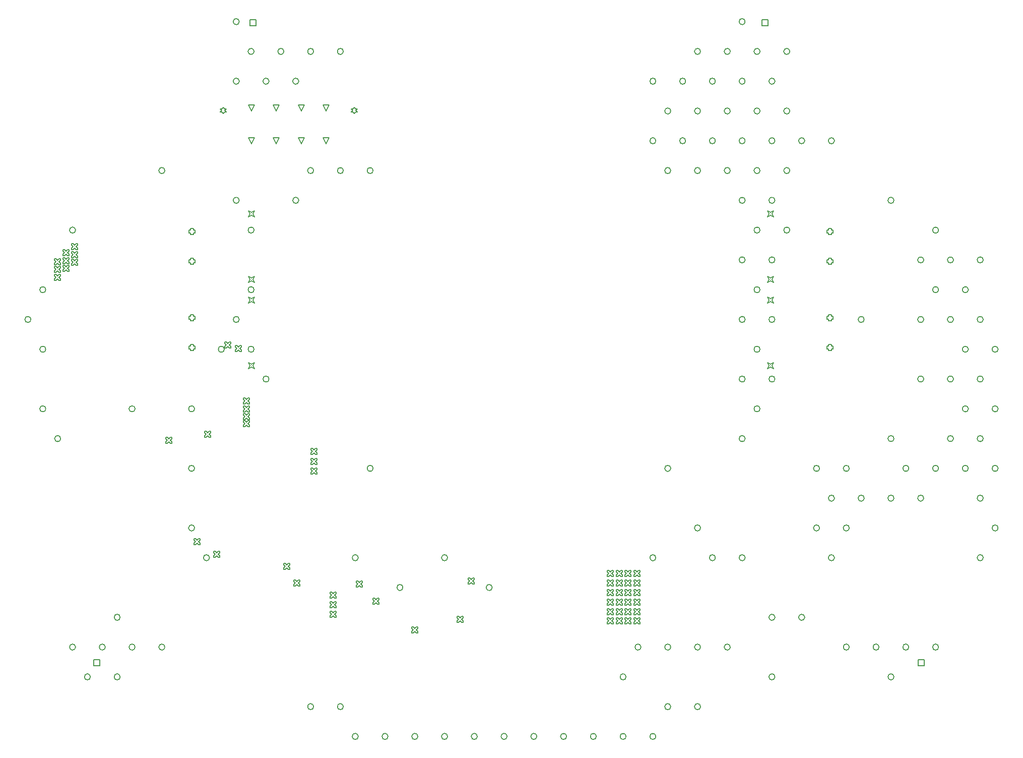
<source format=gbr>
%TF.GenerationSoftware,Altium Limited,Altium Designer,23.6.0 (18)*%
G04 Layer_Color=2752767*
%FSLAX45Y45*%
%MOMM*%
%TF.SameCoordinates,CA757A27-890D-4031-9470-5F8B39CF6935*%
%TF.FilePolarity,Positive*%
%TF.FileFunction,Drawing*%
%TF.Part,Single*%
G01*
G75*
%TA.AperFunction,NonConductor*%
%ADD56C,0.12700*%
%ADD104C,0.16933*%
D56*
X16961200Y3188199D02*
Y3289799D01*
X17062801D01*
Y3188199D01*
X16961200D01*
X5734601Y13935332D02*
Y14036931D01*
X5836201D01*
Y13935332D01*
X5734601D01*
X3104793Y3188199D02*
Y3289799D01*
X3206393D01*
Y3188199D01*
X3104793D01*
X14331393Y13935332D02*
Y14036931D01*
X14432993D01*
Y13935332D01*
X14331393D01*
X5702298Y9274898D02*
X5727698Y9325698D01*
X5702298Y9376498D01*
X5753098Y9351098D01*
X5803898Y9376498D01*
X5778498Y9325698D01*
X5803898Y9274898D01*
X5753098Y9300298D01*
X5702298Y9274898D01*
Y8174901D02*
X5727698Y8225701D01*
X5702298Y8276501D01*
X5753098Y8251101D01*
X5803898Y8276501D01*
X5778498Y8225701D01*
X5803898Y8174901D01*
X5753098Y8200301D01*
X5702298Y8174901D01*
X4727700Y8500300D02*
Y8474900D01*
X4778500D01*
Y8500300D01*
X4803900D01*
Y8551100D01*
X4778500D01*
Y8576500D01*
X4727700D01*
Y8551100D01*
X4702300D01*
Y8500300D01*
X4727700D01*
Y9000299D02*
Y8974899D01*
X4778500D01*
Y9000299D01*
X4803900D01*
Y9051099D01*
X4778500D01*
Y9076499D01*
X4727700D01*
Y9051099D01*
X4702300D01*
Y9000299D01*
X4727700D01*
X5702300Y10722701D02*
X5727700Y10773501D01*
X5702300Y10824301D01*
X5753100Y10798901D01*
X5803900Y10824301D01*
X5778500Y10773501D01*
X5803900Y10722701D01*
X5753100Y10748101D01*
X5702300Y10722701D01*
Y9622699D02*
X5727700Y9673499D01*
X5702300Y9724299D01*
X5753100Y9698899D01*
X5803900Y9724299D01*
X5778500Y9673499D01*
X5803900Y9622699D01*
X5753100Y9648099D01*
X5702300Y9622699D01*
X4727702Y9948098D02*
Y9922698D01*
X4778502D01*
Y9948098D01*
X4803902D01*
Y9998898D01*
X4778502D01*
Y10024298D01*
X4727702D01*
Y9998898D01*
X4702302D01*
Y9948098D01*
X4727702D01*
Y10448102D02*
Y10422702D01*
X4778502D01*
Y10448102D01*
X4803902D01*
Y10498902D01*
X4778502D01*
Y10524302D01*
X4727702D01*
Y10498902D01*
X4702302D01*
Y10448102D01*
X4727702D01*
X7012198Y11950700D02*
X6961398Y12052300D01*
X7062998D01*
X7012198Y11950700D01*
X6592199D02*
X6541399Y12052300D01*
X6642999D01*
X6592199Y11950700D01*
X6172200D02*
X6121400Y12052300D01*
X6223000D01*
X6172200Y11950700D01*
X5752201D02*
X5701401Y12052300D01*
X5803001D01*
X5752201Y11950700D01*
X7012198Y12500701D02*
X6961398Y12602301D01*
X7062998D01*
X7012198Y12500701D01*
X6592199D02*
X6541399Y12602301D01*
X6642999D01*
X6592199Y12500701D01*
X6172200D02*
X6121400Y12602301D01*
X6223000D01*
X6172200Y12500701D01*
X5752201D02*
X5701401Y12602301D01*
X5803001D01*
X5752201Y12500701D01*
X7482200Y12454702D02*
X7507600Y12480102D01*
X7533000D01*
X7507600Y12505502D01*
X7533000Y12530902D01*
X7507600D01*
X7482200Y12556302D01*
X7456800Y12530902D01*
X7431400D01*
X7456800Y12505502D01*
X7431400Y12480102D01*
X7456800D01*
X7482200Y12454702D01*
X5282199D02*
X5307599Y12480102D01*
X5332999D01*
X5307599Y12505502D01*
X5332999Y12530902D01*
X5307599D01*
X5282199Y12556302D01*
X5256799Y12530902D01*
X5231399D01*
X5256799Y12505502D01*
X5231399Y12480102D01*
X5256799D01*
X5282199Y12454702D01*
X14427200Y8174899D02*
X14452600Y8225699D01*
X14427200Y8276499D01*
X14478000Y8251099D01*
X14528799Y8276499D01*
X14503400Y8225699D01*
X14528799Y8174899D01*
X14478000Y8200299D01*
X14427200Y8174899D01*
Y9274901D02*
X14452600Y9325701D01*
X14427200Y9376501D01*
X14478000Y9351101D01*
X14528799Y9376501D01*
X14503400Y9325701D01*
X14528799Y9274901D01*
X14478000Y9300301D01*
X14427200Y9274901D01*
X15452599Y9000302D02*
Y8974902D01*
X15503398D01*
Y9000302D01*
X15528798D01*
Y9051102D01*
X15503398D01*
Y9076502D01*
X15452599D01*
Y9051102D01*
X15427197D01*
Y9000302D01*
X15452599D01*
Y8500298D02*
Y8474898D01*
X15503398D01*
Y8500298D01*
X15528798D01*
Y8551098D01*
X15503398D01*
Y8576498D01*
X15452599D01*
Y8551098D01*
X15427197D01*
Y8500298D01*
X15452599D01*
Y9948098D02*
Y9922698D01*
X15503398D01*
Y9948098D01*
X15528798D01*
Y9998898D01*
X15503398D01*
Y10024298D01*
X15452599D01*
Y9998898D01*
X15427197D01*
Y9948098D01*
X15452599D01*
Y10448102D02*
Y10422702D01*
X15503398D01*
Y10448102D01*
X15528798D01*
Y10498902D01*
X15503398D01*
Y10524302D01*
X15452599D01*
Y10498902D01*
X15427197D01*
Y10448102D01*
X15452599D01*
X14427200Y10722701D02*
X14452600Y10773501D01*
X14427200Y10824301D01*
X14478000Y10798901D01*
X14528799Y10824301D01*
X14503400Y10773501D01*
X14528799Y10722701D01*
X14478000Y10748101D01*
X14427200Y10722701D01*
Y9622699D02*
X14452600Y9673499D01*
X14427200Y9724299D01*
X14478000Y9698899D01*
X14528799Y9724299D01*
X14503400Y9673499D01*
X14528799Y9622699D01*
X14478000Y9648099D01*
X14427200Y9622699D01*
X5308600Y8521700D02*
X5334000D01*
X5359400Y8547100D01*
X5384800Y8521700D01*
X5410200D01*
Y8547100D01*
X5384800Y8572500D01*
X5410200Y8597900D01*
Y8623300D01*
X5384800D01*
X5359400Y8597900D01*
X5334000Y8623300D01*
X5308600D01*
Y8597900D01*
X5334000Y8572500D01*
X5308600Y8547100D01*
Y8521700D01*
X5489200Y8459200D02*
X5514600D01*
X5540000Y8484600D01*
X5565400Y8459200D01*
X5590800D01*
Y8484600D01*
X5565400Y8510000D01*
X5590800Y8535400D01*
Y8560800D01*
X5565400D01*
X5540000Y8535400D01*
X5514600Y8560800D01*
X5489200D01*
Y8535400D01*
X5514600Y8510000D01*
X5489200Y8484600D01*
Y8459200D01*
X5619200Y7579375D02*
X5644600D01*
X5670000Y7604775D01*
X5695400Y7579375D01*
X5720800D01*
Y7604775D01*
X5695400Y7630175D01*
X5720800Y7655575D01*
Y7680975D01*
X5695400D01*
X5670000Y7655575D01*
X5644600Y7680975D01*
X5619200D01*
Y7655575D01*
X5644600Y7630175D01*
X5619200Y7604775D01*
Y7579375D01*
Y7449200D02*
X5644600D01*
X5670000Y7474600D01*
X5695400Y7449200D01*
X5720800D01*
Y7474600D01*
X5695400Y7500000D01*
X5720800Y7525400D01*
Y7550800D01*
X5695400D01*
X5670000Y7525400D01*
X5644600Y7550800D01*
X5619200D01*
Y7525400D01*
X5644600Y7500000D01*
X5619200Y7474600D01*
Y7449200D01*
Y7319025D02*
X5644600D01*
X5670000Y7344425D01*
X5695400Y7319025D01*
X5720800D01*
Y7344425D01*
X5695400Y7369825D01*
X5720800Y7395225D01*
Y7420625D01*
X5695400D01*
X5670000Y7395225D01*
X5644600Y7420625D01*
X5619200D01*
Y7395225D01*
X5644600Y7369825D01*
X5619200Y7344425D01*
Y7319025D01*
Y7199200D02*
X5644600D01*
X5670000Y7224600D01*
X5695400Y7199200D01*
X5720800D01*
Y7224600D01*
X5695400Y7250000D01*
X5720800Y7275400D01*
Y7300800D01*
X5695400D01*
X5670000Y7275400D01*
X5644600Y7300800D01*
X5619200D01*
Y7275400D01*
X5644600Y7250000D01*
X5619200Y7224600D01*
Y7199200D01*
X2449200Y9659025D02*
X2474600D01*
X2500000Y9684425D01*
X2525400Y9659025D01*
X2550800D01*
Y9684425D01*
X2525400Y9709825D01*
X2550800Y9735225D01*
Y9760625D01*
X2525400D01*
X2500000Y9735225D01*
X2474600Y9760625D01*
X2449200D01*
Y9735225D01*
X2474600Y9709825D01*
X2449200Y9684425D01*
Y9659025D01*
Y9919375D02*
X2474600D01*
X2500000Y9944775D01*
X2525400Y9919375D01*
X2550800D01*
Y9944775D01*
X2525400Y9970175D01*
X2550800Y9995575D01*
Y10020975D01*
X2525400D01*
X2500000Y9995575D01*
X2474600Y10020975D01*
X2449200D01*
Y9995575D01*
X2474600Y9970175D01*
X2449200Y9944775D01*
Y9919375D01*
Y9789200D02*
X2474600D01*
X2500000Y9814600D01*
X2525400Y9789200D01*
X2550800D01*
Y9814600D01*
X2525400Y9840000D01*
X2550800Y9865400D01*
Y9890800D01*
X2525400D01*
X2500000Y9865400D01*
X2474600Y9890800D01*
X2449200D01*
Y9865400D01*
X2474600Y9840000D01*
X2449200Y9814600D01*
Y9789200D01*
X2589200Y9809025D02*
X2614600D01*
X2640000Y9834425D01*
X2665400Y9809025D01*
X2690800D01*
Y9834425D01*
X2665400Y9859825D01*
X2690800Y9885225D01*
Y9910625D01*
X2665400D01*
X2640000Y9885225D01*
X2614600Y9910625D01*
X2589200D01*
Y9885225D01*
X2614600Y9859825D01*
X2589200Y9834425D01*
Y9809025D01*
Y10069375D02*
X2614600D01*
X2640000Y10094775D01*
X2665400Y10069375D01*
X2690800D01*
Y10094775D01*
X2665400Y10120175D01*
X2690800Y10145575D01*
Y10170975D01*
X2665400D01*
X2640000Y10145575D01*
X2614600Y10170975D01*
X2589200D01*
Y10145575D01*
X2614600Y10120175D01*
X2589200Y10094775D01*
Y10069375D01*
Y9939200D02*
X2614600D01*
X2640000Y9964600D01*
X2665400Y9939200D01*
X2690800D01*
Y9964600D01*
X2665400Y9990000D01*
X2690800Y10015400D01*
Y10040800D01*
X2665400D01*
X2640000Y10015400D01*
X2614600Y10040800D01*
X2589200D01*
Y10015400D01*
X2614600Y9990000D01*
X2589200Y9964600D01*
Y9939200D01*
X2735050Y9909525D02*
X2760450D01*
X2785850Y9934925D01*
X2811250Y9909525D01*
X2836650D01*
Y9934925D01*
X2811250Y9960325D01*
X2836650Y9985725D01*
Y10011125D01*
X2811250D01*
X2785850Y9985725D01*
X2760450Y10011125D01*
X2735050D01*
Y9985725D01*
X2760450Y9960325D01*
X2735050Y9934925D01*
Y9909525D01*
Y10169875D02*
X2760450D01*
X2785850Y10195275D01*
X2811250Y10169875D01*
X2836650D01*
Y10195275D01*
X2811250Y10220675D01*
X2836650Y10246075D01*
Y10271475D01*
X2811250D01*
X2785850Y10246075D01*
X2760450Y10271475D01*
X2735050D01*
Y10246075D01*
X2760450Y10220675D01*
X2735050Y10195275D01*
Y10169875D01*
Y10039700D02*
X2760450D01*
X2785850Y10065100D01*
X2811250Y10039700D01*
X2836650D01*
Y10065100D01*
X2811250Y10090500D01*
X2836650Y10115900D01*
Y10141300D01*
X2811250D01*
X2785850Y10115900D01*
X2760450Y10141300D01*
X2735050D01*
Y10115900D01*
X2760450Y10090500D01*
X2735050Y10065100D01*
Y10039700D01*
X6756400Y6400800D02*
X6781800D01*
X6807200Y6426200D01*
X6832600Y6400800D01*
X6858000D01*
Y6426200D01*
X6832600Y6451600D01*
X6858000Y6477000D01*
Y6502400D01*
X6832600D01*
X6807200Y6477000D01*
X6781800Y6502400D01*
X6756400D01*
Y6477000D01*
X6781800Y6451600D01*
X6756400Y6426200D01*
Y6400800D01*
Y6565900D02*
X6781800D01*
X6807200Y6591300D01*
X6832600Y6565900D01*
X6858000D01*
Y6591300D01*
X6832600Y6616700D01*
X6858000Y6642100D01*
Y6667500D01*
X6832600D01*
X6807200Y6642100D01*
X6781800Y6667500D01*
X6756400D01*
Y6642100D01*
X6781800Y6616700D01*
X6756400Y6591300D01*
Y6565900D01*
Y6731000D02*
X6781800D01*
X6807200Y6756400D01*
X6832600Y6731000D01*
X6858000D01*
Y6756400D01*
X6832600Y6781800D01*
X6858000Y6807200D01*
Y6832600D01*
X6832600D01*
X6807200Y6807200D01*
X6781800Y6832600D01*
X6756400D01*
Y6807200D01*
X6781800Y6781800D01*
X6756400Y6756400D01*
Y6731000D01*
X11734800Y4046220D02*
X11760200D01*
X11785600Y4071620D01*
X11811000Y4046220D01*
X11836400D01*
Y4071620D01*
X11811000Y4097020D01*
X11836400Y4122420D01*
Y4147820D01*
X11811000D01*
X11785600Y4122420D01*
X11760200Y4147820D01*
X11734800D01*
Y4122420D01*
X11760200Y4097020D01*
X11734800Y4071620D01*
Y4046220D01*
X11887200D02*
X11912600D01*
X11938000Y4071620D01*
X11963400Y4046220D01*
X11988800D01*
Y4071620D01*
X11963400Y4097020D01*
X11988800Y4122420D01*
Y4147820D01*
X11963400D01*
X11938000Y4122420D01*
X11912600Y4147820D01*
X11887200D01*
Y4122420D01*
X11912600Y4097020D01*
X11887200Y4071620D01*
Y4046220D01*
X12026900D02*
X12052300D01*
X12077700Y4071620D01*
X12103100Y4046220D01*
X12128500D01*
Y4071620D01*
X12103100Y4097020D01*
X12128500Y4122420D01*
Y4147820D01*
X12103100D01*
X12077700Y4122420D01*
X12052300Y4147820D01*
X12026900D01*
Y4122420D01*
X12052300Y4097020D01*
X12026900Y4071620D01*
Y4046220D01*
X12179300D02*
X12204700D01*
X12230100Y4071620D01*
X12255500Y4046220D01*
X12280900D01*
Y4071620D01*
X12255500Y4097020D01*
X12280900Y4122420D01*
Y4147820D01*
X12255500D01*
X12230100Y4122420D01*
X12204700Y4147820D01*
X12179300D01*
Y4122420D01*
X12204700Y4097020D01*
X12179300Y4071620D01*
Y4046220D01*
X11734800Y3886200D02*
X11760200D01*
X11785600Y3911600D01*
X11811000Y3886200D01*
X11836400D01*
Y3911600D01*
X11811000Y3937000D01*
X11836400Y3962400D01*
Y3987800D01*
X11811000D01*
X11785600Y3962400D01*
X11760200Y3987800D01*
X11734800D01*
Y3962400D01*
X11760200Y3937000D01*
X11734800Y3911600D01*
Y3886200D01*
X11887200D02*
X11912600D01*
X11938000Y3911600D01*
X11963400Y3886200D01*
X11988800D01*
Y3911600D01*
X11963400Y3937000D01*
X11988800Y3962400D01*
Y3987800D01*
X11963400D01*
X11938000Y3962400D01*
X11912600Y3987800D01*
X11887200D01*
Y3962400D01*
X11912600Y3937000D01*
X11887200Y3911600D01*
Y3886200D01*
X12026900D02*
X12052300D01*
X12077700Y3911600D01*
X12103100Y3886200D01*
X12128500D01*
Y3911600D01*
X12103100Y3937000D01*
X12128500Y3962400D01*
Y3987800D01*
X12103100D01*
X12077700Y3962400D01*
X12052300Y3987800D01*
X12026900D01*
Y3962400D01*
X12052300Y3937000D01*
X12026900Y3911600D01*
Y3886200D01*
X12179300D02*
X12204700D01*
X12230100Y3911600D01*
X12255500Y3886200D01*
X12280900D01*
Y3911600D01*
X12255500Y3937000D01*
X12280900Y3962400D01*
Y3987800D01*
X12255500D01*
X12230100Y3962400D01*
X12204700Y3987800D01*
X12179300D01*
Y3962400D01*
X12204700Y3937000D01*
X12179300Y3911600D01*
Y3886200D01*
X11734800Y4366260D02*
X11760200D01*
X11785600Y4391660D01*
X11811000Y4366260D01*
X11836400D01*
Y4391660D01*
X11811000Y4417060D01*
X11836400Y4442460D01*
Y4467860D01*
X11811000D01*
X11785600Y4442460D01*
X11760200Y4467860D01*
X11734800D01*
Y4442460D01*
X11760200Y4417060D01*
X11734800Y4391660D01*
Y4366260D01*
X11887200D02*
X11912600D01*
X11938000Y4391660D01*
X11963400Y4366260D01*
X11988800D01*
Y4391660D01*
X11963400Y4417060D01*
X11988800Y4442460D01*
Y4467860D01*
X11963400D01*
X11938000Y4442460D01*
X11912600Y4467860D01*
X11887200D01*
Y4442460D01*
X11912600Y4417060D01*
X11887200Y4391660D01*
Y4366260D01*
X12026900D02*
X12052300D01*
X12077700Y4391660D01*
X12103100Y4366260D01*
X12128500D01*
Y4391660D01*
X12103100Y4417060D01*
X12128500Y4442460D01*
Y4467860D01*
X12103100D01*
X12077700Y4442460D01*
X12052300Y4467860D01*
X12026900D01*
Y4442460D01*
X12052300Y4417060D01*
X12026900Y4391660D01*
Y4366260D01*
X12179300D02*
X12204700D01*
X12230100Y4391660D01*
X12255500Y4366260D01*
X12280900D01*
Y4391660D01*
X12255500Y4417060D01*
X12280900Y4442460D01*
Y4467860D01*
X12255500D01*
X12230100Y4442460D01*
X12204700Y4467860D01*
X12179300D01*
Y4442460D01*
X12204700Y4417060D01*
X12179300Y4391660D01*
Y4366260D01*
X11734800Y4206240D02*
X11760200D01*
X11785600Y4231640D01*
X11811000Y4206240D01*
X11836400D01*
Y4231640D01*
X11811000Y4257040D01*
X11836400Y4282440D01*
Y4307840D01*
X11811000D01*
X11785600Y4282440D01*
X11760200Y4307840D01*
X11734800D01*
Y4282440D01*
X11760200Y4257040D01*
X11734800Y4231640D01*
Y4206240D01*
X11887200D02*
X11912600D01*
X11938000Y4231640D01*
X11963400Y4206240D01*
X11988800D01*
Y4231640D01*
X11963400Y4257040D01*
X11988800Y4282440D01*
Y4307840D01*
X11963400D01*
X11938000Y4282440D01*
X11912600Y4307840D01*
X11887200D01*
Y4282440D01*
X11912600Y4257040D01*
X11887200Y4231640D01*
Y4206240D01*
X12026900D02*
X12052300D01*
X12077700Y4231640D01*
X12103100Y4206240D01*
X12128500D01*
Y4231640D01*
X12103100Y4257040D01*
X12128500Y4282440D01*
Y4307840D01*
X12103100D01*
X12077700Y4282440D01*
X12052300Y4307840D01*
X12026900D01*
Y4282440D01*
X12052300Y4257040D01*
X12026900Y4231640D01*
Y4206240D01*
X12179300D02*
X12204700D01*
X12230100Y4231640D01*
X12255500Y4206240D01*
X12280900D01*
Y4231640D01*
X12255500Y4257040D01*
X12280900Y4282440D01*
Y4307840D01*
X12255500D01*
X12230100Y4282440D01*
X12204700Y4307840D01*
X12179300D01*
Y4282440D01*
X12204700Y4257040D01*
X12179300Y4231640D01*
Y4206240D01*
Y4526280D02*
X12204700D01*
X12230100Y4551680D01*
X12255500Y4526280D01*
X12280900D01*
Y4551680D01*
X12255500Y4577080D01*
X12280900Y4602480D01*
Y4627880D01*
X12255500D01*
X12230100Y4602480D01*
X12204700Y4627880D01*
X12179300D01*
Y4602480D01*
X12204700Y4577080D01*
X12179300Y4551680D01*
Y4526280D01*
X12026900D02*
X12052300D01*
X12077700Y4551680D01*
X12103100Y4526280D01*
X12128500D01*
Y4551680D01*
X12103100Y4577080D01*
X12128500Y4602480D01*
Y4627880D01*
X12103100D01*
X12077700Y4602480D01*
X12052300Y4627880D01*
X12026900D01*
Y4602480D01*
X12052300Y4577080D01*
X12026900Y4551680D01*
Y4526280D01*
X11887200D02*
X11912600D01*
X11938000Y4551680D01*
X11963400Y4526280D01*
X11988800D01*
Y4551680D01*
X11963400Y4577080D01*
X11988800Y4602480D01*
Y4627880D01*
X11963400D01*
X11938000Y4602480D01*
X11912600Y4627880D01*
X11887200D01*
Y4602480D01*
X11912600Y4577080D01*
X11887200Y4551680D01*
Y4526280D01*
X11734800D02*
X11760200D01*
X11785600Y4551680D01*
X11811000Y4526280D01*
X11836400D01*
Y4551680D01*
X11811000Y4577080D01*
X11836400Y4602480D01*
Y4627880D01*
X11811000D01*
X11785600Y4602480D01*
X11760200Y4627880D01*
X11734800D01*
Y4602480D01*
X11760200Y4577080D01*
X11734800Y4551680D01*
Y4526280D01*
X12179300Y4686300D02*
X12204700D01*
X12230100Y4711700D01*
X12255500Y4686300D01*
X12280900D01*
Y4711700D01*
X12255500Y4737100D01*
X12280900Y4762500D01*
Y4787900D01*
X12255500D01*
X12230100Y4762500D01*
X12204700Y4787900D01*
X12179300D01*
Y4762500D01*
X12204700Y4737100D01*
X12179300Y4711700D01*
Y4686300D01*
X12026900D02*
X12052300D01*
X12077700Y4711700D01*
X12103100Y4686300D01*
X12128500D01*
Y4711700D01*
X12103100Y4737100D01*
X12128500Y4762500D01*
Y4787900D01*
X12103100D01*
X12077700Y4762500D01*
X12052300Y4787900D01*
X12026900D01*
Y4762500D01*
X12052300Y4737100D01*
X12026900Y4711700D01*
Y4686300D01*
X11887200D02*
X11912600D01*
X11938000Y4711700D01*
X11963400Y4686300D01*
X11988800D01*
Y4711700D01*
X11963400Y4737100D01*
X11988800Y4762500D01*
Y4787900D01*
X11963400D01*
X11938000Y4762500D01*
X11912600Y4787900D01*
X11887200D01*
Y4762500D01*
X11912600Y4737100D01*
X11887200Y4711700D01*
Y4686300D01*
X11734800D02*
X11760200D01*
X11785600Y4711700D01*
X11811000Y4686300D01*
X11836400D01*
Y4711700D01*
X11811000Y4737100D01*
X11836400Y4762500D01*
Y4787900D01*
X11811000D01*
X11785600Y4762500D01*
X11760200Y4787900D01*
X11734800D01*
Y4762500D01*
X11760200Y4737100D01*
X11734800Y4711700D01*
Y4686300D01*
X4787900Y5219700D02*
X4813300D01*
X4838700Y5245100D01*
X4864100Y5219700D01*
X4889500D01*
Y5245100D01*
X4864100Y5270500D01*
X4889500Y5295900D01*
Y5321300D01*
X4864100D01*
X4838700Y5295900D01*
X4813300Y5321300D01*
X4787900D01*
Y5295900D01*
X4813300Y5270500D01*
X4787900Y5245100D01*
Y5219700D01*
X7073900Y4000500D02*
X7099300D01*
X7124700Y4025900D01*
X7150100Y4000500D01*
X7175500D01*
Y4025900D01*
X7150100Y4051300D01*
X7175500Y4076700D01*
Y4102100D01*
X7150100D01*
X7124700Y4076700D01*
X7099300Y4102100D01*
X7073900D01*
Y4076700D01*
X7099300Y4051300D01*
X7073900Y4025900D01*
Y4000500D01*
Y4157980D02*
X7099300D01*
X7124700Y4183380D01*
X7150100Y4157980D01*
X7175500D01*
Y4183380D01*
X7150100Y4208780D01*
X7175500Y4234180D01*
Y4259580D01*
X7150100D01*
X7124700Y4234180D01*
X7099300Y4259580D01*
X7073900D01*
Y4234180D01*
X7099300Y4208780D01*
X7073900Y4183380D01*
Y4157980D01*
Y4318000D02*
X7099300D01*
X7124700Y4343400D01*
X7150100Y4318000D01*
X7175500D01*
Y4343400D01*
X7150100Y4368800D01*
X7175500Y4394200D01*
Y4419600D01*
X7150100D01*
X7124700Y4394200D01*
X7099300Y4419600D01*
X7073900D01*
Y4394200D01*
X7099300Y4368800D01*
X7073900Y4343400D01*
Y4318000D01*
X8445500Y3733800D02*
X8470900D01*
X8496300Y3759200D01*
X8521700Y3733800D01*
X8547100D01*
Y3759200D01*
X8521700Y3784600D01*
X8547100Y3810000D01*
Y3835400D01*
X8521700D01*
X8496300Y3810000D01*
X8470900Y3835400D01*
X8445500D01*
Y3810000D01*
X8470900Y3784600D01*
X8445500Y3759200D01*
Y3733800D01*
X9214400Y3911600D02*
X9239800D01*
X9265200Y3937000D01*
X9290600Y3911600D01*
X9316000D01*
Y3937000D01*
X9290600Y3962400D01*
X9316000Y3987800D01*
Y4013200D01*
X9290600D01*
X9265200Y3987800D01*
X9239800Y4013200D01*
X9214400D01*
Y3987800D01*
X9239800Y3962400D01*
X9214400Y3937000D01*
Y3911600D01*
X9398000Y4559300D02*
X9423400D01*
X9448800Y4584700D01*
X9474200Y4559300D01*
X9499600D01*
Y4584700D01*
X9474200Y4610100D01*
X9499600Y4635500D01*
Y4660900D01*
X9474200D01*
X9448800Y4635500D01*
X9423400Y4660900D01*
X9398000D01*
Y4635500D01*
X9423400Y4610100D01*
X9398000Y4584700D01*
Y4559300D01*
X4318000Y6921500D02*
X4343400D01*
X4368800Y6946900D01*
X4394200Y6921500D01*
X4419600D01*
Y6946900D01*
X4394200Y6972300D01*
X4419600Y6997700D01*
Y7023100D01*
X4394200D01*
X4368800Y6997700D01*
X4343400Y7023100D01*
X4318000D01*
Y6997700D01*
X4343400Y6972300D01*
X4318000Y6946900D01*
Y6921500D01*
X4965700Y7023100D02*
X4991100D01*
X5016500Y7048500D01*
X5041900Y7023100D01*
X5067300D01*
Y7048500D01*
X5041900Y7073900D01*
X5067300Y7099300D01*
Y7124700D01*
X5041900D01*
X5016500Y7099300D01*
X4991100Y7124700D01*
X4965700D01*
Y7099300D01*
X4991100Y7073900D01*
X4965700Y7048500D01*
Y7023100D01*
X5118100Y5003800D02*
X5143500D01*
X5168900Y5029200D01*
X5194300Y5003800D01*
X5219700D01*
Y5029200D01*
X5194300Y5054600D01*
X5219700Y5080000D01*
Y5105400D01*
X5194300D01*
X5168900Y5080000D01*
X5143500Y5105400D01*
X5118100D01*
Y5080000D01*
X5143500Y5054600D01*
X5118100Y5029200D01*
Y5003800D01*
X6464300Y4521200D02*
X6489700D01*
X6515100Y4546600D01*
X6540500Y4521200D01*
X6565900D01*
Y4546600D01*
X6540500Y4572000D01*
X6565900Y4597400D01*
Y4622800D01*
X6540500D01*
X6515100Y4597400D01*
X6489700Y4622800D01*
X6464300D01*
Y4597400D01*
X6489700Y4572000D01*
X6464300Y4546600D01*
Y4521200D01*
X6299200Y4800600D02*
X6324600D01*
X6350000Y4826000D01*
X6375400Y4800600D01*
X6400800D01*
Y4826000D01*
X6375400Y4851400D01*
X6400800Y4876800D01*
Y4902200D01*
X6375400D01*
X6350000Y4876800D01*
X6324600Y4902200D01*
X6299200D01*
Y4876800D01*
X6324600Y4851400D01*
X6299200Y4826000D01*
Y4800600D01*
X7518400Y4508500D02*
X7543800D01*
X7569200Y4533900D01*
X7594600Y4508500D01*
X7620000D01*
Y4533900D01*
X7594600Y4559300D01*
X7620000Y4584700D01*
Y4610100D01*
X7594600D01*
X7569200Y4584700D01*
X7543800Y4610100D01*
X7518400D01*
Y4584700D01*
X7543800Y4559300D01*
X7518400Y4533900D01*
Y4508500D01*
X7797800Y4216400D02*
X7823200D01*
X7848600Y4241800D01*
X7874000Y4216400D01*
X7899400D01*
Y4241800D01*
X7874000Y4267200D01*
X7899400Y4292600D01*
Y4318000D01*
X7874000D01*
X7848600Y4292600D01*
X7823200Y4318000D01*
X7797800D01*
Y4292600D01*
X7823200Y4267200D01*
X7797800Y4241800D01*
Y4216400D01*
D104*
X18050801Y10000000D02*
G03*
X18050801Y10000000I-50800J0D01*
G01*
Y9000000D02*
G03*
X18050801Y9000000I-50800J0D01*
G01*
X18300801Y8500000D02*
G03*
X18300801Y8500000I-50800J0D01*
G01*
X18050801Y8000000D02*
G03*
X18050801Y8000000I-50800J0D01*
G01*
X18300801Y7500000D02*
G03*
X18300801Y7500000I-50800J0D01*
G01*
X18050801Y7000000D02*
G03*
X18050801Y7000000I-50800J0D01*
G01*
X18300801Y6500000D02*
G03*
X18300801Y6500000I-50800J0D01*
G01*
X18050801Y6000000D02*
G03*
X18050801Y6000000I-50800J0D01*
G01*
X18300801Y5500000D02*
G03*
X18300801Y5500000I-50800J0D01*
G01*
X18050801Y5000000D02*
G03*
X18050801Y5000000I-50800J0D01*
G01*
X17550801Y10000000D02*
G03*
X17550801Y10000000I-50800J0D01*
G01*
X17800801Y9500000D02*
G03*
X17800801Y9500000I-50800J0D01*
G01*
X17550801Y9000000D02*
G03*
X17550801Y9000000I-50800J0D01*
G01*
X17800801Y8500000D02*
G03*
X17800801Y8500000I-50800J0D01*
G01*
X17550801Y8000000D02*
G03*
X17550801Y8000000I-50800J0D01*
G01*
X17800801Y7500000D02*
G03*
X17800801Y7500000I-50800J0D01*
G01*
X17550801Y7000000D02*
G03*
X17550801Y7000000I-50800J0D01*
G01*
X17800801Y6500000D02*
G03*
X17800801Y6500000I-50800J0D01*
G01*
X17300801Y10500000D02*
G03*
X17300801Y10500000I-50800J0D01*
G01*
X17050801Y10000000D02*
G03*
X17050801Y10000000I-50800J0D01*
G01*
X17300801Y9500000D02*
G03*
X17300801Y9500000I-50800J0D01*
G01*
X17050801Y9000000D02*
G03*
X17050801Y9000000I-50800J0D01*
G01*
Y8000000D02*
G03*
X17050801Y8000000I-50800J0D01*
G01*
X17300801Y6500000D02*
G03*
X17300801Y6500000I-50800J0D01*
G01*
X17050801Y6000000D02*
G03*
X17050801Y6000000I-50800J0D01*
G01*
X17300801Y3500000D02*
G03*
X17300801Y3500000I-50800J0D01*
G01*
X16550801Y11000000D02*
G03*
X16550801Y11000000I-50800J0D01*
G01*
Y7000000D02*
G03*
X16550801Y7000000I-50800J0D01*
G01*
X16800801Y6500000D02*
G03*
X16800801Y6500000I-50800J0D01*
G01*
X16550801Y6000000D02*
G03*
X16550801Y6000000I-50800J0D01*
G01*
X16800801Y3500000D02*
G03*
X16800801Y3500000I-50800J0D01*
G01*
X16550801Y3000000D02*
G03*
X16550801Y3000000I-50800J0D01*
G01*
X16050801Y9000000D02*
G03*
X16050801Y9000000I-50800J0D01*
G01*
Y6000000D02*
G03*
X16050801Y6000000I-50800J0D01*
G01*
X16300801Y3500000D02*
G03*
X16300801Y3500000I-50800J0D01*
G01*
X15550800Y12000000D02*
G03*
X15550800Y12000000I-50800J0D01*
G01*
X15800801Y6500000D02*
G03*
X15800801Y6500000I-50800J0D01*
G01*
X15550800Y6000000D02*
G03*
X15550800Y6000000I-50800J0D01*
G01*
X15800801Y5500000D02*
G03*
X15800801Y5500000I-50800J0D01*
G01*
X15550800Y5000000D02*
G03*
X15550800Y5000000I-50800J0D01*
G01*
X15800801Y3500000D02*
G03*
X15800801Y3500000I-50800J0D01*
G01*
X15050800Y12000000D02*
G03*
X15050800Y12000000I-50800J0D01*
G01*
X15300800Y6500000D02*
G03*
X15300800Y6500000I-50800J0D01*
G01*
Y5500000D02*
G03*
X15300800Y5500000I-50800J0D01*
G01*
X15050800Y4000000D02*
G03*
X15050800Y4000000I-50800J0D01*
G01*
X14800800Y13500000D02*
G03*
X14800800Y13500000I-50800J0D01*
G01*
X14550800Y13000000D02*
G03*
X14550800Y13000000I-50800J0D01*
G01*
X14800800Y12500000D02*
G03*
X14800800Y12500000I-50800J0D01*
G01*
X14550800Y12000000D02*
G03*
X14550800Y12000000I-50800J0D01*
G01*
X14800800Y11500000D02*
G03*
X14800800Y11500000I-50800J0D01*
G01*
X14550800Y11000000D02*
G03*
X14550800Y11000000I-50800J0D01*
G01*
X14800800Y10500000D02*
G03*
X14800800Y10500000I-50800J0D01*
G01*
X14550800Y10000000D02*
G03*
X14550800Y10000000I-50800J0D01*
G01*
Y9000000D02*
G03*
X14550800Y9000000I-50800J0D01*
G01*
Y8000000D02*
G03*
X14550800Y8000000I-50800J0D01*
G01*
Y4000000D02*
G03*
X14550800Y4000000I-50800J0D01*
G01*
Y3000000D02*
G03*
X14550800Y3000000I-50800J0D01*
G01*
X14050800Y14000000D02*
G03*
X14050800Y14000000I-50800J0D01*
G01*
X14300800Y13500000D02*
G03*
X14300800Y13500000I-50800J0D01*
G01*
X14050800Y13000000D02*
G03*
X14050800Y13000000I-50800J0D01*
G01*
X14300800Y12500000D02*
G03*
X14300800Y12500000I-50800J0D01*
G01*
X14050800Y12000000D02*
G03*
X14050800Y12000000I-50800J0D01*
G01*
X14300800Y11500000D02*
G03*
X14300800Y11500000I-50800J0D01*
G01*
X14050800Y11000000D02*
G03*
X14050800Y11000000I-50800J0D01*
G01*
X14300800Y10500000D02*
G03*
X14300800Y10500000I-50800J0D01*
G01*
X14050800Y10000000D02*
G03*
X14050800Y10000000I-50800J0D01*
G01*
X14300800Y9500000D02*
G03*
X14300800Y9500000I-50800J0D01*
G01*
X14050800Y9000000D02*
G03*
X14050800Y9000000I-50800J0D01*
G01*
X14300800Y8500000D02*
G03*
X14300800Y8500000I-50800J0D01*
G01*
X14050800Y8000000D02*
G03*
X14050800Y8000000I-50800J0D01*
G01*
X14300800Y7500000D02*
G03*
X14300800Y7500000I-50800J0D01*
G01*
X14050800Y7000000D02*
G03*
X14050800Y7000000I-50800J0D01*
G01*
Y5000000D02*
G03*
X14050800Y5000000I-50800J0D01*
G01*
X13800800Y13500000D02*
G03*
X13800800Y13500000I-50800J0D01*
G01*
X13550800Y13000000D02*
G03*
X13550800Y13000000I-50800J0D01*
G01*
X13800800Y12500000D02*
G03*
X13800800Y12500000I-50800J0D01*
G01*
X13550800Y12000000D02*
G03*
X13550800Y12000000I-50800J0D01*
G01*
X13800800Y11500000D02*
G03*
X13800800Y11500000I-50800J0D01*
G01*
X13550800Y5000000D02*
G03*
X13550800Y5000000I-50800J0D01*
G01*
X13800800Y3500000D02*
G03*
X13800800Y3500000I-50800J0D01*
G01*
X13300800Y13500000D02*
G03*
X13300800Y13500000I-50800J0D01*
G01*
X13050800Y13000000D02*
G03*
X13050800Y13000000I-50800J0D01*
G01*
X13300800Y12500000D02*
G03*
X13300800Y12500000I-50800J0D01*
G01*
X13050800Y12000000D02*
G03*
X13050800Y12000000I-50800J0D01*
G01*
X13300800Y11500000D02*
G03*
X13300800Y11500000I-50800J0D01*
G01*
Y5500000D02*
G03*
X13300800Y5500000I-50800J0D01*
G01*
Y3500000D02*
G03*
X13300800Y3500000I-50800J0D01*
G01*
Y2500000D02*
G03*
X13300800Y2500000I-50800J0D01*
G01*
X12550800Y13000000D02*
G03*
X12550800Y13000000I-50800J0D01*
G01*
X12800800Y12500000D02*
G03*
X12800800Y12500000I-50800J0D01*
G01*
X12550800Y12000000D02*
G03*
X12550800Y12000000I-50800J0D01*
G01*
X12800800Y11500000D02*
G03*
X12800800Y11500000I-50800J0D01*
G01*
Y6500000D02*
G03*
X12800800Y6500000I-50800J0D01*
G01*
X12550800Y5000000D02*
G03*
X12550800Y5000000I-50800J0D01*
G01*
X12800800Y3500000D02*
G03*
X12800800Y3500000I-50800J0D01*
G01*
Y2500000D02*
G03*
X12800800Y2500000I-50800J0D01*
G01*
X12550800Y2000000D02*
G03*
X12550800Y2000000I-50800J0D01*
G01*
X12300800Y3500000D02*
G03*
X12300800Y3500000I-50800J0D01*
G01*
X12050800Y3000000D02*
G03*
X12050800Y3000000I-50800J0D01*
G01*
Y2000000D02*
G03*
X12050800Y2000000I-50800J0D01*
G01*
X11550800D02*
G03*
X11550800Y2000000I-50800J0D01*
G01*
X11050800D02*
G03*
X11050800Y2000000I-50800J0D01*
G01*
X10550800D02*
G03*
X10550800Y2000000I-50800J0D01*
G01*
X10050800D02*
G03*
X10050800Y2000000I-50800J0D01*
G01*
X9800800Y4500000D02*
G03*
X9800800Y4500000I-50800J0D01*
G01*
X9550800Y2000000D02*
G03*
X9550800Y2000000I-50800J0D01*
G01*
X9050800Y5000000D02*
G03*
X9050800Y5000000I-50800J0D01*
G01*
Y2000000D02*
G03*
X9050800Y2000000I-50800J0D01*
G01*
X8550800D02*
G03*
X8550800Y2000000I-50800J0D01*
G01*
X8300800Y4500000D02*
G03*
X8300800Y4500000I-50800J0D01*
G01*
X8050800Y2000000D02*
G03*
X8050800Y2000000I-50800J0D01*
G01*
X7800800Y11500000D02*
G03*
X7800800Y11500000I-50800J0D01*
G01*
Y6500000D02*
G03*
X7800800Y6500000I-50800J0D01*
G01*
X7550800Y5000000D02*
G03*
X7550800Y5000000I-50800J0D01*
G01*
Y2000000D02*
G03*
X7550800Y2000000I-50800J0D01*
G01*
X7300800Y13500000D02*
G03*
X7300800Y13500000I-50800J0D01*
G01*
Y11500000D02*
G03*
X7300800Y11500000I-50800J0D01*
G01*
Y2500000D02*
G03*
X7300800Y2500000I-50800J0D01*
G01*
X6800800Y13500000D02*
G03*
X6800800Y13500000I-50800J0D01*
G01*
X6550800Y13000000D02*
G03*
X6550800Y13000000I-50800J0D01*
G01*
X6800800Y11500000D02*
G03*
X6800800Y11500000I-50800J0D01*
G01*
X6550800Y11000000D02*
G03*
X6550800Y11000000I-50800J0D01*
G01*
X6800800Y2500000D02*
G03*
X6800800Y2500000I-50800J0D01*
G01*
X6300800Y13500000D02*
G03*
X6300800Y13500000I-50800J0D01*
G01*
X6050800Y13000000D02*
G03*
X6050800Y13000000I-50800J0D01*
G01*
Y8000000D02*
G03*
X6050800Y8000000I-50800J0D01*
G01*
X5550800Y14000000D02*
G03*
X5550800Y14000000I-50800J0D01*
G01*
X5800800Y13500000D02*
G03*
X5800800Y13500000I-50800J0D01*
G01*
X5550800Y13000000D02*
G03*
X5550800Y13000000I-50800J0D01*
G01*
Y11000000D02*
G03*
X5550800Y11000000I-50800J0D01*
G01*
X5800800Y10500000D02*
G03*
X5800800Y10500000I-50800J0D01*
G01*
Y9500000D02*
G03*
X5800800Y9500000I-50800J0D01*
G01*
X5550800Y9000000D02*
G03*
X5550800Y9000000I-50800J0D01*
G01*
X5800800Y8500000D02*
G03*
X5800800Y8500000I-50800J0D01*
G01*
X5300800D02*
G03*
X5300800Y8500000I-50800J0D01*
G01*
X5050800Y5000000D02*
G03*
X5050800Y5000000I-50800J0D01*
G01*
X4800800Y7500000D02*
G03*
X4800800Y7500000I-50800J0D01*
G01*
Y6500000D02*
G03*
X4800800Y6500000I-50800J0D01*
G01*
Y5500000D02*
G03*
X4800800Y5500000I-50800J0D01*
G01*
X4300800Y11500000D02*
G03*
X4300800Y11500000I-50800J0D01*
G01*
Y3500000D02*
G03*
X4300800Y3500000I-50800J0D01*
G01*
X3800800Y7500000D02*
G03*
X3800800Y7500000I-50800J0D01*
G01*
X3550800Y4000000D02*
G03*
X3550800Y4000000I-50800J0D01*
G01*
X3800800Y3500000D02*
G03*
X3800800Y3500000I-50800J0D01*
G01*
X3550800Y3000000D02*
G03*
X3550800Y3000000I-50800J0D01*
G01*
X3300800Y3500000D02*
G03*
X3300800Y3500000I-50800J0D01*
G01*
X3050800Y3000000D02*
G03*
X3050800Y3000000I-50800J0D01*
G01*
X2800800Y10500000D02*
G03*
X2800800Y10500000I-50800J0D01*
G01*
X2550800Y7000000D02*
G03*
X2550800Y7000000I-50800J0D01*
G01*
X2800800Y3500000D02*
G03*
X2800800Y3500000I-50800J0D01*
G01*
X2300800Y9500000D02*
G03*
X2300800Y9500000I-50800J0D01*
G01*
X2050800Y9000000D02*
G03*
X2050800Y9000000I-50800J0D01*
G01*
X2300800Y8500000D02*
G03*
X2300800Y8500000I-50800J0D01*
G01*
Y7500000D02*
G03*
X2300800Y7500000I-50800J0D01*
G01*
%TF.MD5,05f17b21b9c463463744f757814c26ee*%
M02*

</source>
